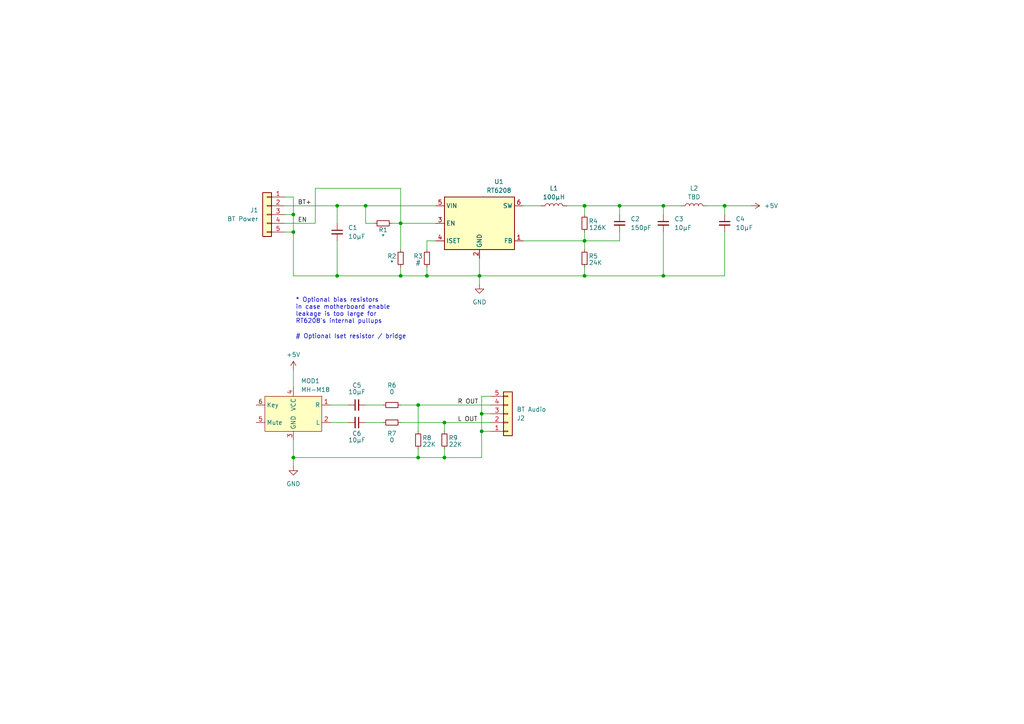
<source format=kicad_sch>
(kicad_sch (version 20230121) (generator eeschema)

  (uuid d1b8fe58-1787-436c-9671-d5e4e0354ee1)

  (paper "A4")

  (lib_symbols
    (symbol "Connector_Generic:Conn_01x05" (pin_names (offset 1.016) hide) (in_bom yes) (on_board yes)
      (property "Reference" "J" (at 0 7.62 0)
        (effects (font (size 1.27 1.27)))
      )
      (property "Value" "Conn_01x05" (at 0 -7.62 0)
        (effects (font (size 1.27 1.27)))
      )
      (property "Footprint" "" (at 0 0 0)
        (effects (font (size 1.27 1.27)) hide)
      )
      (property "Datasheet" "~" (at 0 0 0)
        (effects (font (size 1.27 1.27)) hide)
      )
      (property "ki_keywords" "connector" (at 0 0 0)
        (effects (font (size 1.27 1.27)) hide)
      )
      (property "ki_description" "Generic connector, single row, 01x05, script generated (kicad-library-utils/schlib/autogen/connector/)" (at 0 0 0)
        (effects (font (size 1.27 1.27)) hide)
      )
      (property "ki_fp_filters" "Connector*:*_1x??_*" (at 0 0 0)
        (effects (font (size 1.27 1.27)) hide)
      )
      (symbol "Conn_01x05_1_1"
        (rectangle (start -1.27 -4.953) (end 0 -5.207)
          (stroke (width 0.1524) (type default))
          (fill (type none))
        )
        (rectangle (start -1.27 -2.413) (end 0 -2.667)
          (stroke (width 0.1524) (type default))
          (fill (type none))
        )
        (rectangle (start -1.27 0.127) (end 0 -0.127)
          (stroke (width 0.1524) (type default))
          (fill (type none))
        )
        (rectangle (start -1.27 2.667) (end 0 2.413)
          (stroke (width 0.1524) (type default))
          (fill (type none))
        )
        (rectangle (start -1.27 5.207) (end 0 4.953)
          (stroke (width 0.1524) (type default))
          (fill (type none))
        )
        (rectangle (start -1.27 6.35) (end 1.27 -6.35)
          (stroke (width 0.254) (type default))
          (fill (type background))
        )
        (pin passive line (at -5.08 5.08 0) (length 3.81)
          (name "Pin_1" (effects (font (size 1.27 1.27))))
          (number "1" (effects (font (size 1.27 1.27))))
        )
        (pin passive line (at -5.08 2.54 0) (length 3.81)
          (name "Pin_2" (effects (font (size 1.27 1.27))))
          (number "2" (effects (font (size 1.27 1.27))))
        )
        (pin passive line (at -5.08 0 0) (length 3.81)
          (name "Pin_3" (effects (font (size 1.27 1.27))))
          (number "3" (effects (font (size 1.27 1.27))))
        )
        (pin passive line (at -5.08 -2.54 0) (length 3.81)
          (name "Pin_4" (effects (font (size 1.27 1.27))))
          (number "4" (effects (font (size 1.27 1.27))))
        )
        (pin passive line (at -5.08 -5.08 0) (length 3.81)
          (name "Pin_5" (effects (font (size 1.27 1.27))))
          (number "5" (effects (font (size 1.27 1.27))))
        )
      )
    )
    (symbol "Device:C_Small" (pin_numbers hide) (pin_names (offset 0.254) hide) (in_bom yes) (on_board yes)
      (property "Reference" "C" (at 0.254 1.778 0)
        (effects (font (size 1.27 1.27)) (justify left))
      )
      (property "Value" "C_Small" (at 0.254 -2.032 0)
        (effects (font (size 1.27 1.27)) (justify left))
      )
      (property "Footprint" "" (at 0 0 0)
        (effects (font (size 1.27 1.27)) hide)
      )
      (property "Datasheet" "~" (at 0 0 0)
        (effects (font (size 1.27 1.27)) hide)
      )
      (property "ki_keywords" "capacitor cap" (at 0 0 0)
        (effects (font (size 1.27 1.27)) hide)
      )
      (property "ki_description" "Unpolarized capacitor, small symbol" (at 0 0 0)
        (effects (font (size 1.27 1.27)) hide)
      )
      (property "ki_fp_filters" "C_*" (at 0 0 0)
        (effects (font (size 1.27 1.27)) hide)
      )
      (symbol "C_Small_0_1"
        (polyline
          (pts
            (xy -1.524 -0.508)
            (xy 1.524 -0.508)
          )
          (stroke (width 0.3302) (type default))
          (fill (type none))
        )
        (polyline
          (pts
            (xy -1.524 0.508)
            (xy 1.524 0.508)
          )
          (stroke (width 0.3048) (type default))
          (fill (type none))
        )
      )
      (symbol "C_Small_1_1"
        (pin passive line (at 0 2.54 270) (length 2.032)
          (name "~" (effects (font (size 1.27 1.27))))
          (number "1" (effects (font (size 1.27 1.27))))
        )
        (pin passive line (at 0 -2.54 90) (length 2.032)
          (name "~" (effects (font (size 1.27 1.27))))
          (number "2" (effects (font (size 1.27 1.27))))
        )
      )
    )
    (symbol "Device:L" (pin_numbers hide) (pin_names (offset 1.016) hide) (in_bom yes) (on_board yes)
      (property "Reference" "L" (at -1.27 0 90)
        (effects (font (size 1.27 1.27)))
      )
      (property "Value" "L" (at 1.905 0 90)
        (effects (font (size 1.27 1.27)))
      )
      (property "Footprint" "" (at 0 0 0)
        (effects (font (size 1.27 1.27)) hide)
      )
      (property "Datasheet" "~" (at 0 0 0)
        (effects (font (size 1.27 1.27)) hide)
      )
      (property "ki_keywords" "inductor choke coil reactor magnetic" (at 0 0 0)
        (effects (font (size 1.27 1.27)) hide)
      )
      (property "ki_description" "Inductor" (at 0 0 0)
        (effects (font (size 1.27 1.27)) hide)
      )
      (property "ki_fp_filters" "Choke_* *Coil* Inductor_* L_*" (at 0 0 0)
        (effects (font (size 1.27 1.27)) hide)
      )
      (symbol "L_0_1"
        (arc (start 0 -2.54) (mid 0.6323 -1.905) (end 0 -1.27)
          (stroke (width 0) (type default))
          (fill (type none))
        )
        (arc (start 0 -1.27) (mid 0.6323 -0.635) (end 0 0)
          (stroke (width 0) (type default))
          (fill (type none))
        )
        (arc (start 0 0) (mid 0.6323 0.635) (end 0 1.27)
          (stroke (width 0) (type default))
          (fill (type none))
        )
        (arc (start 0 1.27) (mid 0.6323 1.905) (end 0 2.54)
          (stroke (width 0) (type default))
          (fill (type none))
        )
      )
      (symbol "L_1_1"
        (pin passive line (at 0 3.81 270) (length 1.27)
          (name "1" (effects (font (size 1.27 1.27))))
          (number "1" (effects (font (size 1.27 1.27))))
        )
        (pin passive line (at 0 -3.81 90) (length 1.27)
          (name "2" (effects (font (size 1.27 1.27))))
          (number "2" (effects (font (size 1.27 1.27))))
        )
      )
    )
    (symbol "Device:R_Small" (pin_numbers hide) (pin_names (offset 0.254) hide) (in_bom yes) (on_board yes)
      (property "Reference" "R" (at 0.762 0.508 0)
        (effects (font (size 1.27 1.27)) (justify left))
      )
      (property "Value" "R_Small" (at 0.762 -1.016 0)
        (effects (font (size 1.27 1.27)) (justify left))
      )
      (property "Footprint" "" (at 0 0 0)
        (effects (font (size 1.27 1.27)) hide)
      )
      (property "Datasheet" "~" (at 0 0 0)
        (effects (font (size 1.27 1.27)) hide)
      )
      (property "ki_keywords" "R resistor" (at 0 0 0)
        (effects (font (size 1.27 1.27)) hide)
      )
      (property "ki_description" "Resistor, small symbol" (at 0 0 0)
        (effects (font (size 1.27 1.27)) hide)
      )
      (property "ki_fp_filters" "R_*" (at 0 0 0)
        (effects (font (size 1.27 1.27)) hide)
      )
      (symbol "R_Small_0_1"
        (rectangle (start -0.762 1.778) (end 0.762 -1.778)
          (stroke (width 0.2032) (type default))
          (fill (type none))
        )
      )
      (symbol "R_Small_1_1"
        (pin passive line (at 0 2.54 270) (length 0.762)
          (name "~" (effects (font (size 1.27 1.27))))
          (number "1" (effects (font (size 1.27 1.27))))
        )
        (pin passive line (at 0 -2.54 90) (length 0.762)
          (name "~" (effects (font (size 1.27 1.27))))
          (number "2" (effects (font (size 1.27 1.27))))
        )
      )
    )
    (symbol "My_BT_Module:MH-M18" (in_bom yes) (on_board yes)
      (property "Reference" "MOD" (at -9.525 12.065 0)
        (effects (font (size 1.27 1.27)) (justify left))
      )
      (property "Value" "MH-M18" (at -9.525 10.16 0)
        (effects (font (size 1.27 1.27)) (justify left))
      )
      (property "Footprint" "" (at -0.635 0 0)
        (effects (font (size 1.27 1.27)) hide)
      )
      (property "Datasheet" "" (at -0.635 0 0)
        (effects (font (size 1.27 1.27)) hide)
      )
      (symbol "MH-M18_1_1"
        (rectangle (start -8.255 6.35) (end 8.255 -3.81)
          (stroke (width 0) (type solid))
          (fill (type background))
        )
        (pin output line (at 10.795 3.81 180) (length 2.54)
          (name "R" (effects (font (size 1.27 1.27))))
          (number "1" (effects (font (size 1.27 1.27))))
        )
        (pin output line (at 10.795 -1.27 180) (length 2.54)
          (name "L" (effects (font (size 1.27 1.27))))
          (number "2" (effects (font (size 1.27 1.27))))
        )
        (pin power_in line (at 0 -6.35 90) (length 2.54)
          (name "GND" (effects (font (size 1.27 1.27))))
          (number "3" (effects (font (size 1.27 1.27))))
        )
        (pin power_in line (at 0 8.89 270) (length 2.54)
          (name "VCC" (effects (font (size 1.27 1.27))))
          (number "4" (effects (font (size 1.27 1.27))))
        )
        (pin input line (at -10.795 -1.27 0) (length 2.54)
          (name "Mute" (effects (font (size 1.27 1.27))))
          (number "5" (effects (font (size 1.27 1.27))))
        )
        (pin input line (at -10.795 3.81 0) (length 2.54)
          (name "Key" (effects (font (size 1.27 1.27))))
          (number "6" (effects (font (size 1.27 1.27))))
        )
      )
    )
    (symbol "My_Switching_regulator:RT6208" (in_bom yes) (on_board yes)
      (property "Reference" "U" (at -8.89 7.62 0)
        (effects (font (size 1.27 1.27)))
      )
      (property "Value" "RT6208" (at -6.35 5.08 0)
        (effects (font (size 1.27 1.27)))
      )
      (property "Footprint" "" (at 2.54 0 0)
        (effects (font (size 1.27 1.27)) hide)
      )
      (property "Datasheet" "" (at 2.54 0 0)
        (effects (font (size 1.27 1.27)) hide)
      )
      (symbol "RT6208_0_1"
        (rectangle (start 21.59 1.27) (end 21.59 1.27)
          (stroke (width 0) (type default))
          (fill (type none))
        )
      )
      (symbol "RT6208_1_1"
        (rectangle (start -10.16 3.81) (end 10.16 -11.43)
          (stroke (width 0.254) (type default))
          (fill (type background))
        )
        (pin input line (at 12.7 -8.89 180) (length 2.54)
          (name "FB" (effects (font (size 1.27 1.27))))
          (number "1" (effects (font (size 1.27 1.27))))
        )
        (pin power_in line (at 0 -13.97 90) (length 2.54)
          (name "GND" (effects (font (size 1.27 1.27))))
          (number "2" (effects (font (size 1.27 1.27))))
        )
        (pin input line (at -12.7 -3.81 0) (length 2.54)
          (name "EN" (effects (font (size 1.27 1.27))))
          (number "3" (effects (font (size 1.27 1.27))))
        )
        (pin input line (at -12.7 -8.89 0) (length 2.54)
          (name "ISET" (effects (font (size 1.27 1.27))))
          (number "4" (effects (font (size 1.27 1.27))))
        )
        (pin power_in line (at -12.7 1.27 0) (length 2.54)
          (name "VIN" (effects (font (size 1.27 1.27))))
          (number "5" (effects (font (size 1.27 1.27))))
        )
        (pin output line (at 12.7 1.27 180) (length 2.54)
          (name "SW" (effects (font (size 1.27 1.27))))
          (number "6" (effects (font (size 1.27 1.27))))
        )
      )
    )
    (symbol "power:+5V" (power) (pin_names (offset 0)) (in_bom yes) (on_board yes)
      (property "Reference" "#PWR" (at 0 -3.81 0)
        (effects (font (size 1.27 1.27)) hide)
      )
      (property "Value" "+5V" (at 0 3.556 0)
        (effects (font (size 1.27 1.27)))
      )
      (property "Footprint" "" (at 0 0 0)
        (effects (font (size 1.27 1.27)) hide)
      )
      (property "Datasheet" "" (at 0 0 0)
        (effects (font (size 1.27 1.27)) hide)
      )
      (property "ki_keywords" "global power" (at 0 0 0)
        (effects (font (size 1.27 1.27)) hide)
      )
      (property "ki_description" "Power symbol creates a global label with name \"+5V\"" (at 0 0 0)
        (effects (font (size 1.27 1.27)) hide)
      )
      (symbol "+5V_0_1"
        (polyline
          (pts
            (xy -0.762 1.27)
            (xy 0 2.54)
          )
          (stroke (width 0) (type default))
          (fill (type none))
        )
        (polyline
          (pts
            (xy 0 0)
            (xy 0 2.54)
          )
          (stroke (width 0) (type default))
          (fill (type none))
        )
        (polyline
          (pts
            (xy 0 2.54)
            (xy 0.762 1.27)
          )
          (stroke (width 0) (type default))
          (fill (type none))
        )
      )
      (symbol "+5V_1_1"
        (pin power_in line (at 0 0 90) (length 0) hide
          (name "+5V" (effects (font (size 1.27 1.27))))
          (number "1" (effects (font (size 1.27 1.27))))
        )
      )
    )
    (symbol "power:GND" (power) (pin_names (offset 0)) (in_bom yes) (on_board yes)
      (property "Reference" "#PWR" (at 0 -6.35 0)
        (effects (font (size 1.27 1.27)) hide)
      )
      (property "Value" "GND" (at 0 -3.81 0)
        (effects (font (size 1.27 1.27)))
      )
      (property "Footprint" "" (at 0 0 0)
        (effects (font (size 1.27 1.27)) hide)
      )
      (property "Datasheet" "" (at 0 0 0)
        (effects (font (size 1.27 1.27)) hide)
      )
      (property "ki_keywords" "global power" (at 0 0 0)
        (effects (font (size 1.27 1.27)) hide)
      )
      (property "ki_description" "Power symbol creates a global label with name \"GND\" , ground" (at 0 0 0)
        (effects (font (size 1.27 1.27)) hide)
      )
      (symbol "GND_0_1"
        (polyline
          (pts
            (xy 0 0)
            (xy 0 -1.27)
            (xy 1.27 -1.27)
            (xy 0 -2.54)
            (xy -1.27 -1.27)
            (xy 0 -1.27)
          )
          (stroke (width 0) (type default))
          (fill (type none))
        )
      )
      (symbol "GND_1_1"
        (pin power_in line (at 0 0 270) (length 0) hide
          (name "GND" (effects (font (size 1.27 1.27))))
          (number "1" (effects (font (size 1.27 1.27))))
        )
      )
    )
  )

  (junction (at 210.185 59.69) (diameter 0) (color 0 0 0 0)
    (uuid 058b9290-5cc3-4792-aa9f-228a8f5d8c6d)
  )
  (junction (at 121.285 132.715) (diameter 0) (color 0 0 0 0)
    (uuid 093e6018-7c14-4b5a-bfb9-f1bb24a508dd)
  )
  (junction (at 123.825 80.01) (diameter 0) (color 0 0 0 0)
    (uuid 1c305fa7-ce80-4156-8140-707f8663512a)
  )
  (junction (at 139.7 125.095) (diameter 0) (color 0 0 0 0)
    (uuid 22229d36-8c7b-4661-b9b2-7802d5c3ba4e)
  )
  (junction (at 192.405 80.01) (diameter 0) (color 0 0 0 0)
    (uuid 259f0586-c644-431e-b927-c7a7df2d6a92)
  )
  (junction (at 169.545 59.69) (diameter 0) (color 0 0 0 0)
    (uuid 3312445e-cbaa-428d-9d3d-b9842d65f158)
  )
  (junction (at 85.09 67.31) (diameter 0) (color 0 0 0 0)
    (uuid 3572acff-1c3d-4262-b67f-4d2fabef4631)
  )
  (junction (at 169.545 80.01) (diameter 0) (color 0 0 0 0)
    (uuid 521c8f51-403a-464e-b417-ee89e6a790c4)
  )
  (junction (at 169.545 69.85) (diameter 0) (color 0 0 0 0)
    (uuid 5b872445-32d4-477a-a65b-242f7af4e860)
  )
  (junction (at 139.7 120.015) (diameter 0) (color 0 0 0 0)
    (uuid 7496f5ca-0244-4741-855a-0d94991b7996)
  )
  (junction (at 192.405 59.69) (diameter 0) (color 0 0 0 0)
    (uuid 80e35685-0f54-43fe-b0b4-d341ea566cbd)
  )
  (junction (at 85.09 132.715) (diameter 0) (color 0 0 0 0)
    (uuid 86476e68-c8bd-4241-a8ee-ab45cc0433dd)
  )
  (junction (at 139.065 80.01) (diameter 0) (color 0 0 0 0)
    (uuid 9e902e3d-aae4-4c7d-ac0f-4c9f81a81970)
  )
  (junction (at 116.205 64.77) (diameter 0) (color 0 0 0 0)
    (uuid a00812c6-66d5-4a7c-a524-1ecb403c82f7)
  )
  (junction (at 128.905 122.555) (diameter 0) (color 0 0 0 0)
    (uuid a36c09dc-afe0-4a87-accb-1d408e70dad1)
  )
  (junction (at 106.045 59.69) (diameter 0) (color 0 0 0 0)
    (uuid a44e722e-ce11-43be-90cd-25092e778993)
  )
  (junction (at 97.79 59.69) (diameter 0) (color 0 0 0 0)
    (uuid c01179a5-403b-4e6f-87fd-41d86c5a7f6e)
  )
  (junction (at 128.905 132.715) (diameter 0) (color 0 0 0 0)
    (uuid cbccdc3b-fb44-4e37-a733-8c97ae0d01aa)
  )
  (junction (at 85.09 62.23) (diameter 0) (color 0 0 0 0)
    (uuid d3dc83b4-cf77-46bd-b285-9d88e6649c37)
  )
  (junction (at 121.285 117.475) (diameter 0) (color 0 0 0 0)
    (uuid da5b78cb-6eca-4166-864b-4a423d21200f)
  )
  (junction (at 179.705 59.69) (diameter 0) (color 0 0 0 0)
    (uuid da785de7-57bc-4b78-97b5-51c5252d6332)
  )
  (junction (at 97.79 80.01) (diameter 0) (color 0 0 0 0)
    (uuid df67d88a-16f6-4bb0-80f6-989b956d3290)
  )
  (junction (at 116.205 80.01) (diameter 0) (color 0 0 0 0)
    (uuid fd224bb0-4649-4911-8dd9-004f280318f6)
  )

  (wire (pts (xy 106.045 117.475) (xy 111.125 117.475))
    (stroke (width 0) (type default))
    (uuid 027fc285-d5d3-4299-b137-03cdba153474)
  )
  (wire (pts (xy 91.44 54.61) (xy 116.205 54.61))
    (stroke (width 0) (type default))
    (uuid 082a5a7d-bbe0-4bc1-8bb2-b9c2d196140e)
  )
  (wire (pts (xy 85.09 107.315) (xy 85.09 112.395))
    (stroke (width 0) (type default))
    (uuid 0e6d9b7f-a5d0-4cae-b52f-6288d1465137)
  )
  (wire (pts (xy 85.09 80.01) (xy 97.79 80.01))
    (stroke (width 0) (type default))
    (uuid 0fb99020-5725-4a9c-8a2b-04d726d90efa)
  )
  (wire (pts (xy 85.09 127.635) (xy 85.09 132.715))
    (stroke (width 0) (type default))
    (uuid 10d0deec-c3aa-41ec-b077-2aa7334e8112)
  )
  (wire (pts (xy 169.545 59.69) (xy 169.545 62.23))
    (stroke (width 0) (type default))
    (uuid 1243a689-b31a-4cc1-b4ed-42d833d24124)
  )
  (wire (pts (xy 97.79 59.69) (xy 97.79 64.77))
    (stroke (width 0) (type default))
    (uuid 13526d87-3444-4f93-bf56-3f7d3309553f)
  )
  (wire (pts (xy 139.7 132.715) (xy 139.7 125.095))
    (stroke (width 0) (type default))
    (uuid 1737b761-e4b2-4a84-81ea-f5795f6edce1)
  )
  (wire (pts (xy 82.55 57.15) (xy 85.09 57.15))
    (stroke (width 0) (type default))
    (uuid 1a351112-0541-4a73-af96-f316df63a589)
  )
  (wire (pts (xy 82.55 67.31) (xy 85.09 67.31))
    (stroke (width 0) (type default))
    (uuid 1b55a619-46e9-4245-b336-509949d31c70)
  )
  (wire (pts (xy 85.09 132.715) (xy 85.09 135.255))
    (stroke (width 0) (type default))
    (uuid 2052edf0-b195-4a97-bd3f-d56c21a1c608)
  )
  (wire (pts (xy 116.205 77.47) (xy 116.205 80.01))
    (stroke (width 0) (type default))
    (uuid 228c254e-7622-4ba3-ad97-25d456dd0eef)
  )
  (wire (pts (xy 85.09 57.15) (xy 85.09 62.23))
    (stroke (width 0) (type default))
    (uuid 23a28406-7a1c-4795-bc9e-612a0e607199)
  )
  (wire (pts (xy 139.065 80.01) (xy 169.545 80.01))
    (stroke (width 0) (type default))
    (uuid 2446c91e-2092-4c2a-b015-057148c34930)
  )
  (wire (pts (xy 169.545 80.01) (xy 192.405 80.01))
    (stroke (width 0) (type default))
    (uuid 27b953ec-1c4d-4c49-be25-bbf269a43b0d)
  )
  (wire (pts (xy 139.7 120.015) (xy 142.24 120.015))
    (stroke (width 0) (type default))
    (uuid 2b58e756-ebb1-4790-8800-d83bae0aff35)
  )
  (wire (pts (xy 121.285 117.475) (xy 121.285 125.095))
    (stroke (width 0) (type default))
    (uuid 2b7f69be-4516-4c67-b956-3f0cd6fc76ff)
  )
  (wire (pts (xy 116.205 122.555) (xy 128.905 122.555))
    (stroke (width 0) (type default))
    (uuid 2cac6925-b080-4d11-ad83-8f365584420c)
  )
  (wire (pts (xy 142.24 114.935) (xy 139.7 114.935))
    (stroke (width 0) (type default))
    (uuid 2da3044e-896a-4f6b-8690-1c8cdfd2925e)
  )
  (wire (pts (xy 205.105 59.69) (xy 210.185 59.69))
    (stroke (width 0) (type default))
    (uuid 33d02165-b471-4eb2-91db-06e96c7801a4)
  )
  (wire (pts (xy 169.545 69.85) (xy 169.545 67.31))
    (stroke (width 0) (type default))
    (uuid 39ed0b49-0bea-48c9-8d76-110fa919d11d)
  )
  (wire (pts (xy 126.365 69.85) (xy 123.825 69.85))
    (stroke (width 0) (type default))
    (uuid 4664401e-67e0-4ebc-a6c6-15da6d8a1fe4)
  )
  (wire (pts (xy 210.185 80.01) (xy 210.185 67.31))
    (stroke (width 0) (type default))
    (uuid 46a01bd6-ebda-4695-b807-6cfb045b94b0)
  )
  (wire (pts (xy 116.205 64.77) (xy 126.365 64.77))
    (stroke (width 0) (type default))
    (uuid 47ecf512-bfea-42bf-b8d2-59f1fea072b1)
  )
  (wire (pts (xy 97.79 80.01) (xy 97.79 69.85))
    (stroke (width 0) (type default))
    (uuid 486a373b-2df6-4e4b-884f-9cda1de49e41)
  )
  (wire (pts (xy 210.185 59.69) (xy 217.805 59.69))
    (stroke (width 0) (type default))
    (uuid 4a935abb-9e0d-4ec6-895c-61135bf0862c)
  )
  (wire (pts (xy 123.825 69.85) (xy 123.825 72.39))
    (stroke (width 0) (type default))
    (uuid 4d203c31-ee0d-48d6-94ad-8154c572aec2)
  )
  (wire (pts (xy 139.065 74.93) (xy 139.065 80.01))
    (stroke (width 0) (type default))
    (uuid 54c1e94b-ccaa-46b9-a25c-f552661084f7)
  )
  (wire (pts (xy 85.09 62.23) (xy 85.09 67.31))
    (stroke (width 0) (type default))
    (uuid 5633efae-a15b-4b4c-8316-5ff9d3407989)
  )
  (wire (pts (xy 151.765 59.69) (xy 156.845 59.69))
    (stroke (width 0) (type default))
    (uuid 56f595b8-51b4-4024-b572-185146ccd899)
  )
  (wire (pts (xy 116.205 80.01) (xy 123.825 80.01))
    (stroke (width 0) (type default))
    (uuid 5a8b9f69-9eaa-4447-b8b4-0b97535a5c79)
  )
  (wire (pts (xy 179.705 67.31) (xy 179.705 69.85))
    (stroke (width 0) (type default))
    (uuid 5ab6cecb-f166-4df2-96b9-0c622aa8ee7c)
  )
  (wire (pts (xy 97.79 59.69) (xy 106.045 59.69))
    (stroke (width 0) (type default))
    (uuid 5e8be140-93de-4c26-b635-242a3b028197)
  )
  (wire (pts (xy 164.465 59.69) (xy 169.545 59.69))
    (stroke (width 0) (type default))
    (uuid 640757b3-2024-4d77-8f81-de90edc9a88d)
  )
  (wire (pts (xy 113.665 64.77) (xy 116.205 64.77))
    (stroke (width 0) (type default))
    (uuid 65b731d7-7db6-47ef-8700-e1e862254d6c)
  )
  (wire (pts (xy 91.44 54.61) (xy 91.44 64.77))
    (stroke (width 0) (type default))
    (uuid 65d371c0-6c6d-4c4e-8780-6c1646793baf)
  )
  (wire (pts (xy 121.285 117.475) (xy 142.24 117.475))
    (stroke (width 0) (type default))
    (uuid 688c39b3-0c79-437a-a6fd-99a71ddf5c79)
  )
  (wire (pts (xy 139.7 114.935) (xy 139.7 120.015))
    (stroke (width 0) (type default))
    (uuid 6e592dfc-c891-4fbe-aaa0-319c66d04d89)
  )
  (wire (pts (xy 82.55 64.77) (xy 91.44 64.77))
    (stroke (width 0) (type default))
    (uuid 6fbaea41-8737-4d80-8927-5c96bfe8ad12)
  )
  (wire (pts (xy 179.705 59.69) (xy 179.705 62.23))
    (stroke (width 0) (type default))
    (uuid 711782b5-d8f1-4678-b8d4-5c15c252831c)
  )
  (wire (pts (xy 142.24 125.095) (xy 139.7 125.095))
    (stroke (width 0) (type default))
    (uuid 73aeccf9-a3b6-4730-adb2-5fdc26cb52a5)
  )
  (wire (pts (xy 85.09 67.31) (xy 85.09 80.01))
    (stroke (width 0) (type default))
    (uuid 747fab8b-01be-4e84-bc7c-45ad05c10912)
  )
  (wire (pts (xy 82.55 62.23) (xy 85.09 62.23))
    (stroke (width 0) (type default))
    (uuid 7e7dc1b2-71ba-4d2e-b4f9-94c44ccc5a38)
  )
  (wire (pts (xy 192.405 59.69) (xy 192.405 62.23))
    (stroke (width 0) (type default))
    (uuid 806efaac-b01a-4471-91ae-6c414a39cc0d)
  )
  (wire (pts (xy 106.045 122.555) (xy 111.125 122.555))
    (stroke (width 0) (type default))
    (uuid 877d696e-69d2-4da6-96bf-b5ad01c0eb27)
  )
  (wire (pts (xy 95.885 117.475) (xy 100.965 117.475))
    (stroke (width 0) (type default))
    (uuid 899b7f41-a7ed-4c0e-a504-7f47ec20a07b)
  )
  (wire (pts (xy 128.905 132.715) (xy 139.7 132.715))
    (stroke (width 0) (type default))
    (uuid 8c7c1429-6dea-4d33-b2de-5c2997ec46f8)
  )
  (wire (pts (xy 116.205 54.61) (xy 116.205 64.77))
    (stroke (width 0) (type default))
    (uuid 91753674-8db8-4dbd-9123-e2ea39d26d99)
  )
  (wire (pts (xy 82.55 59.69) (xy 97.79 59.69))
    (stroke (width 0) (type default))
    (uuid 97603704-dc9a-4a17-955d-139c656acffe)
  )
  (wire (pts (xy 169.545 69.85) (xy 169.545 72.39))
    (stroke (width 0) (type default))
    (uuid 982ee4b6-0431-4f0d-90ca-51bcafaa414f)
  )
  (wire (pts (xy 139.7 120.015) (xy 139.7 125.095))
    (stroke (width 0) (type default))
    (uuid 9d04eed6-877d-4f8b-83ef-25f952480d36)
  )
  (wire (pts (xy 192.405 80.01) (xy 192.405 67.31))
    (stroke (width 0) (type default))
    (uuid a45adc9a-a25b-4738-ba5c-c453e4c23003)
  )
  (wire (pts (xy 116.205 117.475) (xy 121.285 117.475))
    (stroke (width 0) (type default))
    (uuid a4e1bec8-8a5b-4c4d-a175-2376c0fc33b3)
  )
  (wire (pts (xy 169.545 80.01) (xy 169.545 77.47))
    (stroke (width 0) (type default))
    (uuid a5ce5bd8-61fb-4993-be54-c20a2d467aa8)
  )
  (wire (pts (xy 128.905 122.555) (xy 142.24 122.555))
    (stroke (width 0) (type default))
    (uuid a9779f6b-e24a-4a43-a309-3341ebe7ef1c)
  )
  (wire (pts (xy 169.545 59.69) (xy 179.705 59.69))
    (stroke (width 0) (type default))
    (uuid afd875da-197f-4455-b608-79dbb69ff7a3)
  )
  (wire (pts (xy 128.905 122.555) (xy 128.905 125.095))
    (stroke (width 0) (type default))
    (uuid b6692c89-c727-4bb2-9c11-20510c4a8afd)
  )
  (wire (pts (xy 121.285 130.175) (xy 121.285 132.715))
    (stroke (width 0) (type default))
    (uuid b697371c-9a2d-4241-876a-cf07a48090f6)
  )
  (wire (pts (xy 106.045 59.69) (xy 106.045 64.77))
    (stroke (width 0) (type default))
    (uuid bb0f82f7-c3fc-42b2-9cd6-5665b4a683af)
  )
  (wire (pts (xy 179.705 59.69) (xy 192.405 59.69))
    (stroke (width 0) (type default))
    (uuid bdf0eb79-b2b8-4170-8034-7861639813ab)
  )
  (wire (pts (xy 106.045 59.69) (xy 126.365 59.69))
    (stroke (width 0) (type default))
    (uuid cbcb161d-5991-4768-a6ab-c5ca96824920)
  )
  (wire (pts (xy 121.285 132.715) (xy 85.09 132.715))
    (stroke (width 0) (type default))
    (uuid d3227958-978c-48f7-859a-1d8b91bcd8ca)
  )
  (wire (pts (xy 108.585 64.77) (xy 106.045 64.77))
    (stroke (width 0) (type default))
    (uuid d39bb54c-3f8e-49d0-83b6-8be774cf958a)
  )
  (wire (pts (xy 128.905 130.175) (xy 128.905 132.715))
    (stroke (width 0) (type default))
    (uuid d5e9cce1-7514-4931-a4bd-6dd486f5a7e8)
  )
  (wire (pts (xy 151.765 69.85) (xy 169.545 69.85))
    (stroke (width 0) (type default))
    (uuid decc8ddd-ccb8-4384-8c23-2dde3e31fa40)
  )
  (wire (pts (xy 121.285 132.715) (xy 128.905 132.715))
    (stroke (width 0) (type default))
    (uuid dfcbf77d-2044-4b47-bbfd-ed3bf1fd1349)
  )
  (wire (pts (xy 116.205 64.77) (xy 116.205 72.39))
    (stroke (width 0) (type default))
    (uuid e1a57072-abe8-43f8-b646-9dc1f60abf88)
  )
  (wire (pts (xy 123.825 77.47) (xy 123.825 80.01))
    (stroke (width 0) (type default))
    (uuid e3dffa30-fc74-4980-b0ba-8bc4ff4ece65)
  )
  (wire (pts (xy 139.065 80.01) (xy 139.065 82.55))
    (stroke (width 0) (type default))
    (uuid e6e605e3-3b7b-437b-9c2c-79ed18970fca)
  )
  (wire (pts (xy 169.545 69.85) (xy 179.705 69.85))
    (stroke (width 0) (type default))
    (uuid ed6f5edc-7534-4c7e-afdf-d291ced998c1)
  )
  (wire (pts (xy 123.825 80.01) (xy 139.065 80.01))
    (stroke (width 0) (type default))
    (uuid f2cfe414-429f-4fc3-b937-5239936311d0)
  )
  (wire (pts (xy 192.405 59.69) (xy 197.485 59.69))
    (stroke (width 0) (type default))
    (uuid f32cf56d-3510-4033-97dd-1b423511b708)
  )
  (wire (pts (xy 95.885 122.555) (xy 100.965 122.555))
    (stroke (width 0) (type default))
    (uuid f3b9fb9e-98c2-4879-aa49-19e75e8dfc6d)
  )
  (wire (pts (xy 192.405 80.01) (xy 210.185 80.01))
    (stroke (width 0) (type default))
    (uuid f7f727f9-a2e5-47b5-8a52-891813092cbb)
  )
  (wire (pts (xy 210.185 59.69) (xy 210.185 62.23))
    (stroke (width 0) (type default))
    (uuid f8615e90-ed6f-4fdf-b0f6-a02c7ed2135a)
  )
  (wire (pts (xy 97.79 80.01) (xy 116.205 80.01))
    (stroke (width 0) (type default))
    (uuid feea88ca-79f7-4077-98e3-7e720898d73e)
  )

  (text "* Optional bias resistors \nin case motherboard enable \nleakage is too large for \nRT6208's internal pullups\n"
    (at 85.725 93.98 0)
    (effects (font (size 1.27 1.27)) (justify left bottom))
    (uuid 2163be39-6a50-46f2-ba3b-765115e2a890)
  )
  (text "# Optional Iset resistor / bridge\n" (at 85.725 98.425 0)
    (effects (font (size 1.27 1.27)) (justify left bottom))
    (uuid c20fd017-af1a-4486-96be-47f7ede2133d)
  )

  (label "BT+" (at 86.36 59.69 0) (fields_autoplaced)
    (effects (font (size 1.27 1.27)) (justify left bottom))
    (uuid 0f130cda-fa14-4a1f-bf75-ae10acc1e5d9)
  )
  (label "EN" (at 86.36 64.77 0) (fields_autoplaced)
    (effects (font (size 1.27 1.27)) (justify left bottom))
    (uuid 4c68dafa-7785-4738-8bc4-0019f4492b11)
  )
  (label "L OUT" (at 132.715 122.555 0) (fields_autoplaced)
    (effects (font (size 1.27 1.27)) (justify left bottom))
    (uuid 567a901b-726b-4274-8a45-89dc4ceef5db)
  )
  (label "R OUT" (at 132.715 117.475 0) (fields_autoplaced)
    (effects (font (size 1.27 1.27)) (justify left bottom))
    (uuid cd455c64-3668-4724-905c-cbb7a3be9107)
  )

  (symbol (lib_id "Device:C_Small") (at 179.705 64.77 0) (unit 1)
    (in_bom yes) (on_board yes) (dnp no) (fields_autoplaced)
    (uuid 09ebc524-4277-4c47-b4c3-5d857257bd22)
    (property "Reference" "C2" (at 182.88 63.5063 0)
      (effects (font (size 1.27 1.27)) (justify left))
    )
    (property "Value" "150pF" (at 182.88 66.0463 0)
      (effects (font (size 1.27 1.27)) (justify left))
    )
    (property "Footprint" "Capacitor_SMD:C_0805_2012Metric_Pad1.18x1.45mm_HandSolder" (at 179.705 64.77 0)
      (effects (font (size 1.27 1.27)) hide)
    )
    (property "Datasheet" "~" (at 179.705 64.77 0)
      (effects (font (size 1.27 1.27)) hide)
    )
    (pin "1" (uuid ecdad46d-0aab-4cc8-a6ab-55ddf88aeb53))
    (pin "2" (uuid ec077e18-52b9-4608-8cd6-9def8b8c46b1))
    (instances
      (project "P113 BT Daughterboard"
        (path "/d1b8fe58-1787-436c-9671-d5e4e0354ee1"
          (reference "C2") (unit 1)
        )
      )
    )
  )

  (symbol (lib_id "Device:C_Small") (at 97.79 67.31 0) (unit 1)
    (in_bom yes) (on_board yes) (dnp no) (fields_autoplaced)
    (uuid 127a3025-d350-44ce-945b-c8d4cc06bc49)
    (property "Reference" "C1" (at 100.965 66.0463 0)
      (effects (font (size 1.27 1.27)) (justify left))
    )
    (property "Value" "10µF" (at 100.965 68.5863 0)
      (effects (font (size 1.27 1.27)) (justify left))
    )
    (property "Footprint" "Capacitor_SMD:C_0805_2012Metric_Pad1.18x1.45mm_HandSolder" (at 97.79 67.31 0)
      (effects (font (size 1.27 1.27)) hide)
    )
    (property "Datasheet" "~" (at 97.79 67.31 0)
      (effects (font (size 1.27 1.27)) hide)
    )
    (pin "1" (uuid 346e9cbf-8f08-483d-bf5a-d5d83eeff4b6))
    (pin "2" (uuid 5ddb668e-5781-4b46-bc73-cd6423af378b))
    (instances
      (project "P113 BT Daughterboard"
        (path "/d1b8fe58-1787-436c-9671-d5e4e0354ee1"
          (reference "C1") (unit 1)
        )
      )
    )
  )

  (symbol (lib_id "My_BT_Module:MH-M18") (at 85.09 121.285 0) (unit 1)
    (in_bom yes) (on_board yes) (dnp no) (fields_autoplaced)
    (uuid 14ee5e0d-0b37-4611-8810-26842833e14c)
    (property "Reference" "MOD1" (at 87.2841 110.49 0)
      (effects (font (size 1.27 1.27)) (justify left))
    )
    (property "Value" "MH-M18" (at 87.2841 113.03 0)
      (effects (font (size 1.27 1.27)) (justify left))
    )
    (property "Footprint" "My_Footprints:MH-M18" (at 84.455 121.285 0)
      (effects (font (size 1.27 1.27)) hide)
    )
    (property "Datasheet" "" (at 84.455 121.285 0)
      (effects (font (size 1.27 1.27)) hide)
    )
    (pin "1" (uuid 8f3cd196-e469-480f-a19c-c62a3c664efa))
    (pin "2" (uuid 49cc9680-3509-470f-b780-ad2866d9989d))
    (pin "3" (uuid aced9762-914e-4420-811d-45945885979b))
    (pin "4" (uuid 6d4746e6-f3af-4163-a7fd-3f1b91fdfabe))
    (pin "5" (uuid 0141e580-2385-4bbe-bafb-9d9e656e14f5))
    (pin "6" (uuid 5e4203ad-6475-4dad-bee4-7cb4ca5ea38f))
    (instances
      (project "P113 BT Daughterboard"
        (path "/d1b8fe58-1787-436c-9671-d5e4e0354ee1"
          (reference "MOD1") (unit 1)
        )
      )
    )
  )

  (symbol (lib_id "power:GND") (at 85.09 135.255 0) (unit 1)
    (in_bom yes) (on_board yes) (dnp no) (fields_autoplaced)
    (uuid 2c48ee0d-3abb-4370-8142-53674c02ac27)
    (property "Reference" "#PWR04" (at 85.09 141.605 0)
      (effects (font (size 1.27 1.27)) hide)
    )
    (property "Value" "GND" (at 85.09 140.335 0)
      (effects (font (size 1.27 1.27)))
    )
    (property "Footprint" "" (at 85.09 135.255 0)
      (effects (font (size 1.27 1.27)) hide)
    )
    (property "Datasheet" "" (at 85.09 135.255 0)
      (effects (font (size 1.27 1.27)) hide)
    )
    (pin "1" (uuid 0519a5e0-5d34-4a2b-8109-02eabba772e7))
    (instances
      (project "P113 BT Daughterboard"
        (path "/d1b8fe58-1787-436c-9671-d5e4e0354ee1"
          (reference "#PWR04") (unit 1)
        )
      )
    )
  )

  (symbol (lib_id "power:GND") (at 139.065 82.55 0) (unit 1)
    (in_bom yes) (on_board yes) (dnp no) (fields_autoplaced)
    (uuid 39953540-a31b-48e5-a649-aea9b4e57706)
    (property "Reference" "#PWR01" (at 139.065 88.9 0)
      (effects (font (size 1.27 1.27)) hide)
    )
    (property "Value" "GND" (at 139.065 87.63 0)
      (effects (font (size 1.27 1.27)))
    )
    (property "Footprint" "" (at 139.065 82.55 0)
      (effects (font (size 1.27 1.27)) hide)
    )
    (property "Datasheet" "" (at 139.065 82.55 0)
      (effects (font (size 1.27 1.27)) hide)
    )
    (pin "1" (uuid 3bc96532-a250-4ad0-83cb-d2220f48efb2))
    (instances
      (project "P113 BT Daughterboard"
        (path "/d1b8fe58-1787-436c-9671-d5e4e0354ee1"
          (reference "#PWR01") (unit 1)
        )
      )
    )
  )

  (symbol (lib_id "Connector_Generic:Conn_01x05") (at 147.32 120.015 0) (mirror x) (unit 1)
    (in_bom yes) (on_board yes) (dnp no)
    (uuid 450ce25b-29a6-4cd4-a9ed-ace467743f8c)
    (property "Reference" "J2" (at 149.86 121.285 0)
      (effects (font (size 1.27 1.27)) (justify left))
    )
    (property "Value" "BT Audio" (at 149.86 118.745 0)
      (effects (font (size 1.27 1.27)) (justify left))
    )
    (property "Footprint" "Connector_PinHeader_2.54mm:PinHeader_1x05_P2.54mm_Vertical" (at 147.32 120.015 0)
      (effects (font (size 1.27 1.27)) hide)
    )
    (property "Datasheet" "~" (at 147.32 120.015 0)
      (effects (font (size 1.27 1.27)) hide)
    )
    (pin "1" (uuid 3d4e3989-4524-4b3e-acc2-1b04b9f7a4ab))
    (pin "2" (uuid d0e47c25-9292-4a5a-aa7e-55dec32f2782))
    (pin "3" (uuid 4a29d21d-4396-42b5-99e1-ba06b4e417aa))
    (pin "4" (uuid 4a189466-26cd-4e6c-86f9-5f99d156863f))
    (pin "5" (uuid ffc27c70-015e-4707-bf8a-e21c6655a549))
    (instances
      (project "P113 BT Daughterboard"
        (path "/d1b8fe58-1787-436c-9671-d5e4e0354ee1"
          (reference "J2") (unit 1)
        )
      )
    )
  )

  (symbol (lib_id "Device:R_Small") (at 116.205 74.93 180) (unit 1)
    (in_bom yes) (on_board yes) (dnp no)
    (uuid 5193243e-0818-433e-9640-14684b63696c)
    (property "Reference" "R2" (at 113.665 74.295 0)
      (effects (font (size 1.27 1.27)))
    )
    (property "Value" "*" (at 113.665 76.2 0)
      (effects (font (size 1.27 1.27)))
    )
    (property "Footprint" "Resistor_SMD:R_0805_2012Metric_Pad1.20x1.40mm_HandSolder" (at 116.205 74.93 0)
      (effects (font (size 1.27 1.27)) hide)
    )
    (property "Datasheet" "~" (at 116.205 74.93 0)
      (effects (font (size 1.27 1.27)) hide)
    )
    (pin "1" (uuid b37cdb78-c36b-4bc1-be7b-ff6686a7da23))
    (pin "2" (uuid 89758418-401a-4289-91e8-d8f3f3fbabe9))
    (instances
      (project "P113 BT Daughterboard"
        (path "/d1b8fe58-1787-436c-9671-d5e4e0354ee1"
          (reference "R2") (unit 1)
        )
      )
    )
  )

  (symbol (lib_id "Device:L") (at 160.655 59.69 90) (unit 1)
    (in_bom yes) (on_board yes) (dnp no) (fields_autoplaced)
    (uuid 55ad5105-d0ac-4ee3-9471-df896699cb57)
    (property "Reference" "L1" (at 160.655 54.61 90)
      (effects (font (size 1.27 1.27)))
    )
    (property "Value" "100µH" (at 160.655 57.15 90)
      (effects (font (size 1.27 1.27)))
    )
    (property "Footprint" "Inductor_SMD:L_Changjiang_FNR4026S" (at 160.655 59.69 0)
      (effects (font (size 1.27 1.27)) hide)
    )
    (property "Datasheet" "~" (at 160.655 59.69 0)
      (effects (font (size 1.27 1.27)) hide)
    )
    (pin "1" (uuid 52d173c3-d67e-4124-89b4-ff277e8799f2))
    (pin "2" (uuid c097beb6-b0ef-4e05-bf06-d13353e51ad3))
    (instances
      (project "P113 BT Daughterboard"
        (path "/d1b8fe58-1787-436c-9671-d5e4e0354ee1"
          (reference "L1") (unit 1)
        )
      )
    )
  )

  (symbol (lib_id "My_Switching_regulator:RT6208") (at 139.065 60.96 0) (unit 1)
    (in_bom yes) (on_board yes) (dnp no) (fields_autoplaced)
    (uuid 5ad1565a-928f-4ea9-a7a6-a92c7cd29135)
    (property "Reference" "U1" (at 144.7165 52.705 0)
      (effects (font (size 1.27 1.27)))
    )
    (property "Value" "RT6208" (at 144.7165 55.245 0)
      (effects (font (size 1.27 1.27)))
    )
    (property "Footprint" "Package_TO_SOT_SMD:SOT-23-6" (at 141.605 60.96 0)
      (effects (font (size 1.27 1.27)) hide)
    )
    (property "Datasheet" "" (at 141.605 60.96 0)
      (effects (font (size 1.27 1.27)) hide)
    )
    (pin "1" (uuid e364a645-a950-42bf-adda-ce232ae66b00))
    (pin "2" (uuid ad435e15-b65c-42bb-b79c-8c718c45bb83))
    (pin "3" (uuid dd4f6a0c-b7c0-472f-9170-2e5284a8b7ac))
    (pin "4" (uuid f41f7230-35ad-42f8-868c-a980401888dc))
    (pin "5" (uuid 1b94fcf9-add5-47e6-bde9-76691a0b7472))
    (pin "6" (uuid 9675c312-4bfe-4a44-a295-e69ff163228e))
    (instances
      (project "P113 BT Daughterboard"
        (path "/d1b8fe58-1787-436c-9671-d5e4e0354ee1"
          (reference "U1") (unit 1)
        )
      )
    )
  )

  (symbol (lib_id "Connector_Generic:Conn_01x05") (at 77.47 62.23 0) (mirror y) (unit 1)
    (in_bom yes) (on_board yes) (dnp no)
    (uuid 5f89e994-50b6-4252-9e7a-09136063e9a5)
    (property "Reference" "J1" (at 74.93 60.96 0)
      (effects (font (size 1.27 1.27)) (justify left))
    )
    (property "Value" "BT Power" (at 74.93 63.5 0)
      (effects (font (size 1.27 1.27)) (justify left))
    )
    (property "Footprint" "Connector_PinHeader_2.54mm:PinHeader_1x05_P2.54mm_Vertical" (at 77.47 62.23 0)
      (effects (font (size 1.27 1.27)) hide)
    )
    (property "Datasheet" "~" (at 77.47 62.23 0)
      (effects (font (size 1.27 1.27)) hide)
    )
    (pin "1" (uuid 76f73c06-189c-4002-a75c-547fdebaf4e9))
    (pin "2" (uuid 077383ce-6c88-4b6a-b769-9194ea8cd16e))
    (pin "3" (uuid ea5d17bd-72f5-4a3a-be0b-e9039a820dbd))
    (pin "4" (uuid 22286ebb-f079-4531-b5fd-6de5889da4a1))
    (pin "5" (uuid c29e2012-b0c5-4a92-b900-2a4d249fa73a))
    (instances
      (project "P113 BT Daughterboard"
        (path "/d1b8fe58-1787-436c-9671-d5e4e0354ee1"
          (reference "J1") (unit 1)
        )
      )
    )
  )

  (symbol (lib_id "Device:R_Small") (at 121.285 127.635 180) (unit 1)
    (in_bom yes) (on_board yes) (dnp no)
    (uuid 6534768f-2e5c-45f4-afee-774b490d4b8a)
    (property "Reference" "R8" (at 123.825 127 0)
      (effects (font (size 1.27 1.27)))
    )
    (property "Value" "22K" (at 124.46 128.905 0)
      (effects (font (size 1.27 1.27)))
    )
    (property "Footprint" "Resistor_SMD:R_0805_2012Metric_Pad1.20x1.40mm_HandSolder" (at 121.285 127.635 0)
      (effects (font (size 1.27 1.27)) hide)
    )
    (property "Datasheet" "~" (at 121.285 127.635 0)
      (effects (font (size 1.27 1.27)) hide)
    )
    (pin "1" (uuid 3f5d689d-7322-4381-8e7d-ffc7af59b6dc))
    (pin "2" (uuid ed2ead7b-3899-42a4-a362-a2ce6239a62d))
    (instances
      (project "P113 BT Daughterboard"
        (path "/d1b8fe58-1787-436c-9671-d5e4e0354ee1"
          (reference "R8") (unit 1)
        )
      )
    )
  )

  (symbol (lib_id "Device:C_Small") (at 103.505 122.555 270) (unit 1)
    (in_bom yes) (on_board yes) (dnp no)
    (uuid 798b9ecb-359f-4ad9-bdbd-7a3a940c9487)
    (property "Reference" "C6" (at 103.505 125.73 90)
      (effects (font (size 1.27 1.27)))
    )
    (property "Value" "10µF" (at 103.505 127.635 90)
      (effects (font (size 1.27 1.27)))
    )
    (property "Footprint" "Capacitor_SMD:C_0805_2012Metric_Pad1.18x1.45mm_HandSolder" (at 103.505 122.555 0)
      (effects (font (size 1.27 1.27)) hide)
    )
    (property "Datasheet" "~" (at 103.505 122.555 0)
      (effects (font (size 1.27 1.27)) hide)
    )
    (pin "1" (uuid cb3d6880-f1dc-4af7-b45d-1567bfbde01a))
    (pin "2" (uuid ba56bc5d-0f68-401c-9a3e-c505d4645955))
    (instances
      (project "P113 BT Daughterboard"
        (path "/d1b8fe58-1787-436c-9671-d5e4e0354ee1"
          (reference "C6") (unit 1)
        )
      )
    )
  )

  (symbol (lib_id "Device:R_Small") (at 169.545 64.77 180) (unit 1)
    (in_bom yes) (on_board yes) (dnp no)
    (uuid 80f9ddb0-79dc-4390-affc-12bb939295f6)
    (property "Reference" "R4" (at 172.085 64.135 0)
      (effects (font (size 1.27 1.27)))
    )
    (property "Value" "126K" (at 173.355 66.04 0)
      (effects (font (size 1.27 1.27)))
    )
    (property "Footprint" "Resistor_SMD:R_0805_2012Metric_Pad1.20x1.40mm_HandSolder" (at 169.545 64.77 0)
      (effects (font (size 1.27 1.27)) hide)
    )
    (property "Datasheet" "~" (at 169.545 64.77 0)
      (effects (font (size 1.27 1.27)) hide)
    )
    (pin "1" (uuid c8b582fc-5b08-4259-96b1-5f6fad05846d))
    (pin "2" (uuid b528e8c7-6da6-4290-bf4d-0026fd11de29))
    (instances
      (project "P113 BT Daughterboard"
        (path "/d1b8fe58-1787-436c-9671-d5e4e0354ee1"
          (reference "R4") (unit 1)
        )
      )
    )
  )

  (symbol (lib_id "Device:R_Small") (at 111.125 64.77 270) (unit 1)
    (in_bom yes) (on_board yes) (dnp no)
    (uuid 8274dff2-009f-435e-a158-15daa83a746e)
    (property "Reference" "R1" (at 111.125 66.675 90)
      (effects (font (size 1.27 1.27)))
    )
    (property "Value" "*" (at 111.125 68.58 90)
      (effects (font (size 1.27 1.27)))
    )
    (property "Footprint" "Resistor_SMD:R_0805_2012Metric_Pad1.20x1.40mm_HandSolder" (at 111.125 64.77 0)
      (effects (font (size 1.27 1.27)) hide)
    )
    (property "Datasheet" "~" (at 111.125 64.77 0)
      (effects (font (size 1.27 1.27)) hide)
    )
    (pin "1" (uuid 20cbeebe-2423-41d7-afd9-571e0e2d795b))
    (pin "2" (uuid c1437e95-7661-4b57-b863-f505a04f0b03))
    (instances
      (project "P113 BT Daughterboard"
        (path "/d1b8fe58-1787-436c-9671-d5e4e0354ee1"
          (reference "R1") (unit 1)
        )
      )
    )
  )

  (symbol (lib_id "Device:R_Small") (at 113.665 122.555 270) (unit 1)
    (in_bom yes) (on_board yes) (dnp no)
    (uuid 835ddf0d-f410-406f-8a6f-8a5c340baaa5)
    (property "Reference" "R7" (at 113.665 125.73 90)
      (effects (font (size 1.27 1.27)))
    )
    (property "Value" "0" (at 113.665 127.635 90)
      (effects (font (size 1.27 1.27)))
    )
    (property "Footprint" "Resistor_SMD:R_0805_2012Metric_Pad1.20x1.40mm_HandSolder" (at 113.665 122.555 0)
      (effects (font (size 1.27 1.27)) hide)
    )
    (property "Datasheet" "~" (at 113.665 122.555 0)
      (effects (font (size 1.27 1.27)) hide)
    )
    (pin "1" (uuid b9c68050-c4a3-45b6-ba95-af54318d048b))
    (pin "2" (uuid a367a8a0-9710-43ca-928b-088a3b4d731c))
    (instances
      (project "P113 BT Daughterboard"
        (path "/d1b8fe58-1787-436c-9671-d5e4e0354ee1"
          (reference "R7") (unit 1)
        )
      )
    )
  )

  (symbol (lib_id "Device:R_Small") (at 113.665 117.475 270) (unit 1)
    (in_bom yes) (on_board yes) (dnp no)
    (uuid 84ea56b8-bd5d-499f-bb90-0b1c91513a31)
    (property "Reference" "R6" (at 113.665 111.76 90)
      (effects (font (size 1.27 1.27)))
    )
    (property "Value" "0" (at 113.665 113.665 90)
      (effects (font (size 1.27 1.27)))
    )
    (property "Footprint" "Resistor_SMD:R_0805_2012Metric_Pad1.20x1.40mm_HandSolder" (at 113.665 117.475 0)
      (effects (font (size 1.27 1.27)) hide)
    )
    (property "Datasheet" "~" (at 113.665 117.475 0)
      (effects (font (size 1.27 1.27)) hide)
    )
    (pin "1" (uuid 2c12c036-ce56-4853-9d1b-bce93aa10fb8))
    (pin "2" (uuid ffcc9362-bba6-454d-962b-9da3daa677e8))
    (instances
      (project "P113 BT Daughterboard"
        (path "/d1b8fe58-1787-436c-9671-d5e4e0354ee1"
          (reference "R6") (unit 1)
        )
      )
    )
  )

  (symbol (lib_id "Device:R_Small") (at 128.905 127.635 180) (unit 1)
    (in_bom yes) (on_board yes) (dnp no)
    (uuid 8fe5a86d-dd27-46fb-b4de-03a1b0f43d4c)
    (property "Reference" "R9" (at 131.445 127 0)
      (effects (font (size 1.27 1.27)))
    )
    (property "Value" "22K" (at 132.08 128.905 0)
      (effects (font (size 1.27 1.27)))
    )
    (property "Footprint" "Resistor_SMD:R_0805_2012Metric_Pad1.20x1.40mm_HandSolder" (at 128.905 127.635 0)
      (effects (font (size 1.27 1.27)) hide)
    )
    (property "Datasheet" "~" (at 128.905 127.635 0)
      (effects (font (size 1.27 1.27)) hide)
    )
    (pin "1" (uuid 0a76edea-4343-4629-99dd-022dade9c376))
    (pin "2" (uuid 112f3218-cd04-47d9-91f7-87dc0d9b6009))
    (instances
      (project "P113 BT Daughterboard"
        (path "/d1b8fe58-1787-436c-9671-d5e4e0354ee1"
          (reference "R9") (unit 1)
        )
      )
    )
  )

  (symbol (lib_id "Device:C_Small") (at 192.405 64.77 0) (unit 1)
    (in_bom yes) (on_board yes) (dnp no) (fields_autoplaced)
    (uuid 93fab344-f2ce-4af7-b1d1-fecbb5dded69)
    (property "Reference" "C3" (at 195.58 63.5063 0)
      (effects (font (size 1.27 1.27)) (justify left))
    )
    (property "Value" "10µF" (at 195.58 66.0463 0)
      (effects (font (size 1.27 1.27)) (justify left))
    )
    (property "Footprint" "Capacitor_SMD:C_0805_2012Metric_Pad1.18x1.45mm_HandSolder" (at 192.405 64.77 0)
      (effects (font (size 1.27 1.27)) hide)
    )
    (property "Datasheet" "~" (at 192.405 64.77 0)
      (effects (font (size 1.27 1.27)) hide)
    )
    (pin "1" (uuid 1d7c6682-3729-4240-a3b5-f665978f188c))
    (pin "2" (uuid 2dfa7bac-6006-4fbe-817d-d02310c0c735))
    (instances
      (project "P113 BT Daughterboard"
        (path "/d1b8fe58-1787-436c-9671-d5e4e0354ee1"
          (reference "C3") (unit 1)
        )
      )
    )
  )

  (symbol (lib_id "Device:C_Small") (at 210.185 64.77 0) (unit 1)
    (in_bom yes) (on_board yes) (dnp no) (fields_autoplaced)
    (uuid 987b3e84-ef06-4639-bf08-c6778d9c2668)
    (property "Reference" "C4" (at 213.36 63.5063 0)
      (effects (font (size 1.27 1.27)) (justify left))
    )
    (property "Value" "10µF" (at 213.36 66.0463 0)
      (effects (font (size 1.27 1.27)) (justify left))
    )
    (property "Footprint" "Capacitor_SMD:C_0805_2012Metric_Pad1.18x1.45mm_HandSolder" (at 210.185 64.77 0)
      (effects (font (size 1.27 1.27)) hide)
    )
    (property "Datasheet" "~" (at 210.185 64.77 0)
      (effects (font (size 1.27 1.27)) hide)
    )
    (pin "1" (uuid a031efa2-f7a7-4cca-a7b5-7b86cbea5220))
    (pin "2" (uuid 8de11d35-13d5-41fd-8ba6-e6664511af73))
    (instances
      (project "P113 BT Daughterboard"
        (path "/d1b8fe58-1787-436c-9671-d5e4e0354ee1"
          (reference "C4") (unit 1)
        )
      )
    )
  )

  (symbol (lib_id "Device:R_Small") (at 169.545 74.93 180) (unit 1)
    (in_bom yes) (on_board yes) (dnp no)
    (uuid 9ddbbaf1-805f-41ee-b282-847198d980d5)
    (property "Reference" "R5" (at 172.085 74.295 0)
      (effects (font (size 1.27 1.27)))
    )
    (property "Value" "24K" (at 172.72 76.2 0)
      (effects (font (size 1.27 1.27)))
    )
    (property "Footprint" "Resistor_SMD:R_0805_2012Metric_Pad1.20x1.40mm_HandSolder" (at 169.545 74.93 0)
      (effects (font (size 1.27 1.27)) hide)
    )
    (property "Datasheet" "~" (at 169.545 74.93 0)
      (effects (font (size 1.27 1.27)) hide)
    )
    (pin "1" (uuid a5306a02-edec-41b9-b707-0e492f12b39c))
    (pin "2" (uuid 5b12fb06-9f21-450a-b90c-90e65a205bc2))
    (instances
      (project "P113 BT Daughterboard"
        (path "/d1b8fe58-1787-436c-9671-d5e4e0354ee1"
          (reference "R5") (unit 1)
        )
      )
    )
  )

  (symbol (lib_id "power:+5V") (at 217.805 59.69 270) (unit 1)
    (in_bom yes) (on_board yes) (dnp no) (fields_autoplaced)
    (uuid a5caab33-6f5c-440a-bb20-a99f7ab4c7af)
    (property "Reference" "#PWR02" (at 213.995 59.69 0)
      (effects (font (size 1.27 1.27)) hide)
    )
    (property "Value" "+5V" (at 221.615 59.69 90)
      (effects (font (size 1.27 1.27)) (justify left))
    )
    (property "Footprint" "" (at 217.805 59.69 0)
      (effects (font (size 1.27 1.27)) hide)
    )
    (property "Datasheet" "" (at 217.805 59.69 0)
      (effects (font (size 1.27 1.27)) hide)
    )
    (pin "1" (uuid b80da9f0-e6ec-4faf-8768-3762da3c6a32))
    (instances
      (project "P113 BT Daughterboard"
        (path "/d1b8fe58-1787-436c-9671-d5e4e0354ee1"
          (reference "#PWR02") (unit 1)
        )
      )
    )
  )

  (symbol (lib_id "power:+5V") (at 85.09 107.315 0) (unit 1)
    (in_bom yes) (on_board yes) (dnp no) (fields_autoplaced)
    (uuid aff8cca8-818a-4315-af88-0fe46497683a)
    (property "Reference" "#PWR03" (at 85.09 111.125 0)
      (effects (font (size 1.27 1.27)) hide)
    )
    (property "Value" "+5V" (at 85.09 102.87 0)
      (effects (font (size 1.27 1.27)))
    )
    (property "Footprint" "" (at 85.09 107.315 0)
      (effects (font (size 1.27 1.27)) hide)
    )
    (property "Datasheet" "" (at 85.09 107.315 0)
      (effects (font (size 1.27 1.27)) hide)
    )
    (pin "1" (uuid f1515665-17df-4436-8097-3271458e4a21))
    (instances
      (project "P113 BT Daughterboard"
        (path "/d1b8fe58-1787-436c-9671-d5e4e0354ee1"
          (reference "#PWR03") (unit 1)
        )
      )
    )
  )

  (symbol (lib_id "Device:R_Small") (at 123.825 74.93 180) (unit 1)
    (in_bom yes) (on_board yes) (dnp no)
    (uuid b92b81cd-e36d-4b65-88a3-8220507d7270)
    (property "Reference" "R3" (at 121.285 74.295 0)
      (effects (font (size 1.27 1.27)))
    )
    (property "Value" "#" (at 121.285 76.2 0)
      (effects (font (size 1.27 1.27)))
    )
    (property "Footprint" "Resistor_SMD:R_0805_2012Metric_Pad1.20x1.40mm_HandSolder" (at 123.825 74.93 0)
      (effects (font (size 1.27 1.27)) hide)
    )
    (property "Datasheet" "~" (at 123.825 74.93 0)
      (effects (font (size 1.27 1.27)) hide)
    )
    (pin "1" (uuid 3b4d6d89-27d1-4d36-8550-dd292129a1e6))
    (pin "2" (uuid 8d459486-11a1-46cd-9448-31dd3db4c364))
    (instances
      (project "P113 BT Daughterboard"
        (path "/d1b8fe58-1787-436c-9671-d5e4e0354ee1"
          (reference "R3") (unit 1)
        )
      )
    )
  )

  (symbol (lib_id "Device:C_Small") (at 103.505 117.475 90) (unit 1)
    (in_bom yes) (on_board yes) (dnp no)
    (uuid c1349944-2a82-4026-b347-e123bdffee3c)
    (property "Reference" "C5" (at 103.505 111.76 90)
      (effects (font (size 1.27 1.27)))
    )
    (property "Value" "10µF" (at 103.5113 113.665 90)
      (effects (font (size 1.27 1.27)))
    )
    (property "Footprint" "Capacitor_SMD:C_0805_2012Metric_Pad1.18x1.45mm_HandSolder" (at 103.505 117.475 0)
      (effects (font (size 1.27 1.27)) hide)
    )
    (property "Datasheet" "~" (at 103.505 117.475 0)
      (effects (font (size 1.27 1.27)) hide)
    )
    (pin "1" (uuid 4ecbb488-6dac-44c7-a3d2-71c45f70d71e))
    (pin "2" (uuid c3148bd7-bb82-4b92-b7cc-b0ae1d27fd07))
    (instances
      (project "P113 BT Daughterboard"
        (path "/d1b8fe58-1787-436c-9671-d5e4e0354ee1"
          (reference "C5") (unit 1)
        )
      )
    )
  )

  (symbol (lib_id "Device:L") (at 201.295 59.69 90) (unit 1)
    (in_bom yes) (on_board yes) (dnp no) (fields_autoplaced)
    (uuid f313c1ef-0f4c-4968-bb24-70efa23dd813)
    (property "Reference" "L2" (at 201.295 54.61 90)
      (effects (font (size 1.27 1.27)))
    )
    (property "Value" "TBD" (at 201.295 57.15 90)
      (effects (font (size 1.27 1.27)))
    )
    (property "Footprint" "Inductor_THT:L_Axial_L11.0mm_D4.5mm_P15.24mm_Horizontal_Fastron_MECC" (at 201.295 59.69 0)
      (effects (font (size 1.27 1.27)) hide)
    )
    (property "Datasheet" "~" (at 201.295 59.69 0)
      (effects (font (size 1.27 1.27)) hide)
    )
    (pin "1" (uuid 85609e4e-a70b-4b03-9dd5-efada2b03b64))
    (pin "2" (uuid e33e9a42-8dac-43f2-a051-4ea387b601da))
    (instances
      (project "P113 BT Daughterboard"
        (path "/d1b8fe58-1787-436c-9671-d5e4e0354ee1"
          (reference "L2") (unit 1)
        )
      )
    )
  )

  (sheet_instances
    (path "/" (page "1"))
  )
)

</source>
